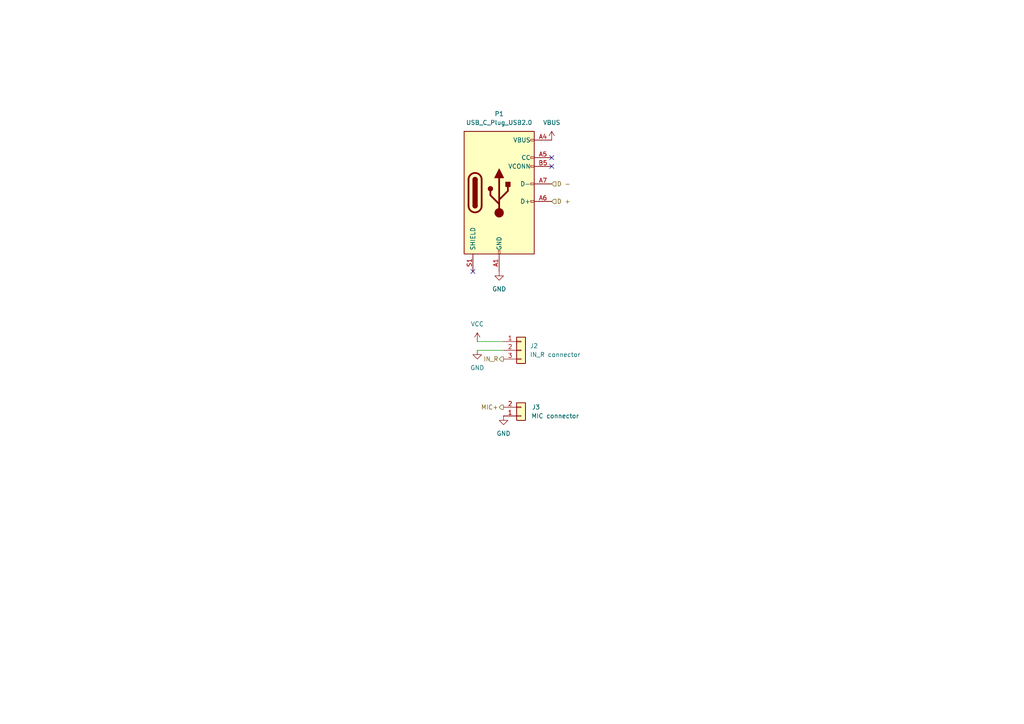
<source format=kicad_sch>
(kicad_sch (version 20250114) (generator "eeschema") (generator_version "9.0")
  (paper "A4")
  (title_block (title "Connectors") (date "2025-06-01") (rev "0.2") (company "Vladyslav Kukharchuk <vladyslavziuziun@gmail.com>"))
  (lib_symbols
    (symbol "Connector:USB_C_Plug_USB2.0" (pin_names (offset 1.016))
      (property "Reference" "P" (at -10.16 19.05 0))
      (property "Value" "USB_C_Plug_USB2.0" (at 12.7 19.05 0))
      (symbol "USB_C_Plug_USB2.0_0_0"
        (rectangle (start -0.254 -17.78) (end 0.254 -16.764))
        (rectangle (start 10.16 15.494) (end 9.144 14.986))
        (rectangle (start 10.16 10.414) (end 9.144 9.906))
        (rectangle (start 10.16 7.874) (end 9.144 7.366))
        (rectangle (start 10.16 2.794) (end 9.144 2.286))
        (rectangle (start 10.16 -2.286) (end 9.144 -2.794))
      )
      (symbol "USB_C_Plug_USB2.0_0_1"
        (rectangle (start -10.16 17.78) (end 10.16 -17.78) (stroke (width 0.254)) (fill (type background)))
        (polyline (pts (xy -8.89 -3.81) (xy -8.89 3.81)) (stroke (width 0.508)))
        (rectangle (start -7.62 -3.81) (end -6.35 3.81) (stroke (width 0.254)) (fill (type outline)))
        (arc (start -7.62 3.81) (mid -6.985 4.4423) (end -6.35 3.81) (stroke (width 0.254)))
        (arc (start -7.62 3.81) (mid -6.985 4.4423) (end -6.35 3.81) (stroke (width 0.254)) (fill (type outline)))
        (arc (start -8.89 3.81) (mid -6.985 5.7067) (end -5.08 3.81) (stroke (width 0.508)))
        (arc (start -5.08 -3.81) (mid -6.985 -5.7067) (end -8.89 -3.81) (stroke (width 0.508)))
        (arc (start -6.35 -3.81) (mid -6.985 -4.4423) (end -7.62 -3.81) (stroke (width 0.254)))
        (arc (start -6.35 -3.81) (mid -6.985 -4.4423) (end -7.62 -3.81) (stroke (width 0.254)) (fill (type outline)))
        (polyline (pts (xy -5.08 3.81) (xy -5.08 -3.81)) (stroke (width 0.508)))
        (circle (center -2.54 1.143) (radius 0.635) (stroke (width 0.254)) (fill (type outline)))
        (polyline (pts (xy -1.27 4.318) (xy 0 6.858) (xy 1.27 4.318) (xy -1.27 4.318)) (stroke (width 0.254)) (fill (type outline)))
        (polyline (pts (xy 0 -2.032) (xy 2.54 0.508) (xy 2.54 1.778)) (stroke (width 0.508)))
        (polyline (pts (xy 0 -3.302) (xy -2.54 -0.762) (xy -2.54 0.508)) (stroke (width 0.508)))
        (polyline (pts (xy 0 -5.842) (xy 0 4.318)) (stroke (width 0.508)))
        (circle (center 0 -5.842) (radius 1.27) (fill (type outline)))
        (rectangle (start 1.905 1.778) (end 3.175 3.048) (stroke (width 0.254)) (fill (type outline)))
      )
      (symbol "USB_C_Plug_USB2.0_1_1"
        (pin passive line (at -7.62 -22.86 90) (length 5.08) (name "SHIELD") (number "S1"))
        (pin passive line (at 0 -22.86 90) (length 5.08) (name "GND") (number "A1"))
        (pin passive line (at 0 -22.86 90) (length 5.08) (hide yes) (name "GND") (number "A12"))
        (pin passive line (at 0 -22.86 90) (length 5.08) (hide yes) (name "GND") (number "B1"))
        (pin passive line (at 0 -22.86 90) (length 5.08) (hide yes) (name "GND") (number "B12"))
        (pin passive line (at 15.24 15.24 180) (length 5.08) (name "VBUS") (number "A4"))
        (pin passive line (at 15.24 15.24 180) (length 5.08) (hide yes) (name "VBUS") (number "A9"))
        (pin passive line (at 15.24 15.24 180) (length 5.08) (hide yes) (name "VBUS") (number "B4"))
        (pin passive line (at 15.24 15.24 180) (length 5.08) (hide yes) (name "VBUS") (number "B9"))
        (pin bidirectional line (at 15.24 10.16 180) (length 5.08) (name "CC") (number "A5"))
        (pin bidirectional line (at 15.24 7.62 180) (length 5.08) (name "VCONN") (number "B5"))
        (pin bidirectional line (at 15.24 2.54 180) (length 5.08) (name "D-") (number "A7"))
        (pin bidirectional line (at 15.24 -2.54 180) (length 5.08) (name "D+") (number "A6"))
      )
    )
    (symbol "Connector_Generic:Conn_01x02" (pin_names (offset 1.016) (hide yes))
      (property "Reference" "J" (at 0 2.54 0))
      (property "Value" "Conn_01x02" (at 0 -5.08 0))
      (symbol "Conn_01x02_1_1"
        (rectangle (start -1.27 1.27) (end 1.27 -3.81) (stroke (width 0.254)) (fill (type background)))
        (rectangle (start -1.27 0.127) (end 0 -0.127) (stroke (width 0.1524)))
        (rectangle (start -1.27 -2.413) (end 0 -2.667) (stroke (width 0.1524)))
        (pin passive line (at -5.08 0 0) (length 3.81) (name "Pin_1") (number "1"))
        (pin passive line (at -5.08 -2.54 0) (length 3.81) (name "Pin_2") (number "2"))
      )
    )
    (symbol "Connector_Generic:Conn_01x03" (pin_names (offset 1.016) (hide yes))
      (property "Reference" "J" (at 0 5.08 0))
      (property "Value" "Conn_01x03" (at 0 -5.08 0))
      (symbol "Conn_01x03_1_1"
        (rectangle (start -1.27 3.81) (end 1.27 -3.81) (stroke (width 0.254)) (fill (type background)))
        (rectangle (start -1.27 2.667) (end 0 2.413) (stroke (width 0.1524)))
        (rectangle (start -1.27 0.127) (end 0 -0.127) (stroke (width 0.1524)))
        (rectangle (start -1.27 -2.413) (end 0 -2.667) (stroke (width 0.1524)))
        (pin passive line (at -5.08 2.54 0) (length 3.81) (name "Pin_1") (number "1"))
        (pin passive line (at -5.08 0 0) (length 3.81) (name "Pin_2") (number "2"))
        (pin passive line (at -5.08 -2.54 0) (length 3.81) (name "Pin_3") (number "3"))
      )
    )
    (symbol "power:GND" (power) (pin_numbers (hide yes)) (pin_names (offset 0) (hide yes))
      (property "Value" "GND" (at 0 -3.81 0))
      (symbol "GND_0_1"
        (polyline (pts (xy 0 0) (xy 0 -1.27) (xy 1.27 -1.27) (xy 0 -2.54) (xy -1.27 -1.27) (xy 0 -1.27)))
      )
      (symbol "GND_1_1"
        (pin power_in line (at 0 0 270) (length 0) (name "~") (number "1"))
      )
    )
    (symbol "power:VBUS" (power) (pin_numbers (hide yes)) (pin_names (offset 0) (hide yes))
      (property "Value" "VBUS" (at 0 3.556 0))
      (symbol "VBUS_0_1"
        (polyline (pts (xy -0.762 1.27) (xy 0 2.54)))
        (polyline (pts (xy 0 2.54) (xy 0.762 1.27)))
        (polyline (pts (xy 0 0) (xy 0 2.54)))
      )
      (symbol "VBUS_1_1"
        (pin power_in line (at 0 0 90) (length 0) (name "~") (number "1"))
      )
    )
    (symbol "power:VCC" (power) (pin_numbers (hide yes)) (pin_names (offset 0) (hide yes))
      (property "Value" "VCC" (at 0 3.556 0))
      (symbol "VCC_0_1"
        (polyline (pts (xy -0.762 1.27) (xy 0 2.54)))
        (polyline (pts (xy 0 2.54) (xy 0.762 1.27)))
        (polyline (pts (xy 0 0) (xy 0 2.54)))
      )
      (symbol "VCC_1_1"
        (pin power_in line (at 0 0 90) (length 0) (name "~") (number "1"))
      )
    )
  )
  (no_connect (at 137.16 78.74))
  (no_connect (at 160.02 45.72))
  (no_connect (at 160.02 48.26))
  (wire (pts (xy 138.43 99.06) (xy 146.05 99.06)))
  (wire (pts (xy 138.43 101.6) (xy 146.05 101.6)))
  (hierarchical_label "MIC+" (shape output) (at 146.05 118.11 180))
  (hierarchical_label "IN_R" (shape output) (at 146.05 104.14 180))
  (hierarchical_label "D -" (shape input) (at 160.02 53.34 0))
  (hierarchical_label "D +" (shape input) (at 160.02 58.42 0))
  (symbol (lib_id "Connector_Generic:Conn_01x02") (at 151.13 120.65 0) (mirror x) (unit 1)
    (property "Reference" "J3" (at 155.448 118.11 0))
    (property "Value" "MIC connector" (at 161.036 120.65 0))
    (property "Description" "Generic connector, single row, 01x02, script generated (kicad-library-utils/schlib/autogen/connector/)" (effects (hide yes)))
  )
  (symbol (lib_id "Connector_Generic:Conn_01x03") (at 151.13 101.6 0) (unit 1)
    (property "Reference" "J2" (at 153.67 100.3299 0) (effects (justify left)))
    (property "Value" "IN_R connector" (at 153.67 102.8699 0) (effects (justify left)))
    (property "Description" "Generic connector, single row, 01x03, script generated (kicad-library-utils/schlib/autogen/connector/)" (effects (hide yes)))
  )
  (symbol (lib_id "power:VBUS") (at 160.02 40.64 0) (unit 1)
    (property "Reference" "#PWR022" (effects (hide yes)))
    (property "Value" "VBUS" (at 160.02 35.56 0))
    (property "Description" "Power symbol creates a global label with name \"VBUS\"" (effects (hide yes)))
  )
  (symbol (lib_id "power:GND") (at 146.05 120.65 0) (mirror y) (unit 1)
    (property "Reference" "#PWR07" (effects (hide yes)))
    (property "Value" "GND" (at 146.05 125.73 0))
    (property "Description" "Power symbol creates a global label with name \"GND\" , ground" (effects (hide yes)))
  )
  (symbol (lib_id "power:GND") (at 144.78 78.74 0) (unit 1)
    (property "Reference" "#PWR023" (effects (hide yes)))
    (property "Value" "GND" (at 144.78 83.82 0))
    (property "Description" "Power symbol creates a global label with name \"GND\" , ground" (effects (hide yes)))
  )
  (symbol (lib_id "power:GND") (at 138.43 101.6 0) (unit 1)
    (property "Reference" "#PWR011" (effects (hide yes)))
    (property "Value" "GND" (at 138.43 106.68 0))
    (property "Description" "Power symbol creates a global label with name \"GND\" , ground" (effects (hide yes)))
  )
  (symbol (lib_id "Connector:USB_C_Plug_USB2.0") (at 144.78 55.88 0) (unit 1)
    (property "Reference" "P1" (at 144.78 33.02 0))
    (property "Value" "USB_C_Plug_USB2.0" (at 144.78 35.56 0))
    (property "Datasheet" "https://www.usb.org/sites/default/files/documents/usb_type-c.zip" (effects (hide yes)))
    (property "Description" "USB 2.0-only Type-C Plug connector" (effects (hide yes)))
  )
  (symbol (lib_id "power:VCC") (at 138.43 99.06 0) (unit 1)
    (property "Reference" "#PWR010" (effects (hide yes)))
    (property "Value" "VCC" (at 138.43 93.98 0))
    (property "Description" "Power symbol creates a global label with name \"VCC\"" (effects (hide yes)))
  )
)
</source>
